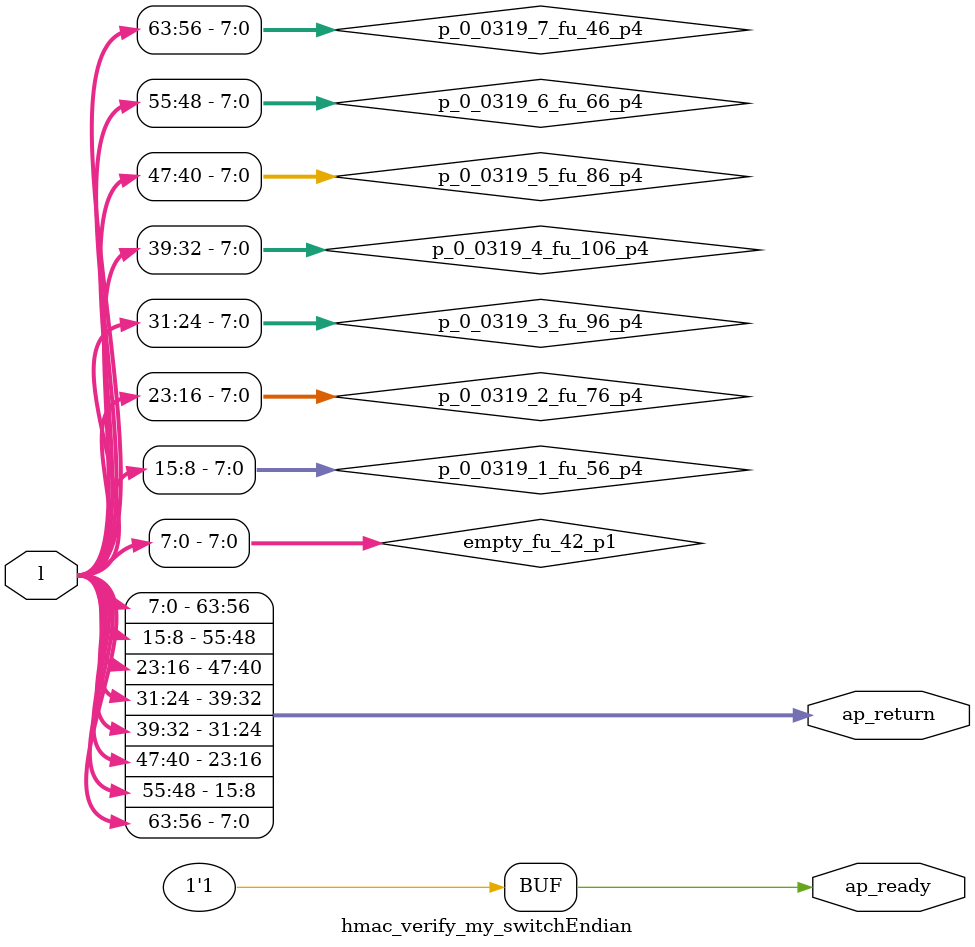
<source format=v>

`timescale 1 ns / 1 ps 

module hmac_verify_my_switchEndian (
        ap_ready,
        l,
        ap_return
);


output   ap_ready;
input  [63:0] l;
output  [63:0] ap_return;

wire   [7:0] empty_fu_42_p1;
wire   [7:0] p_0_0319_1_fu_56_p4;
wire   [7:0] p_0_0319_2_fu_76_p4;
wire   [7:0] p_0_0319_3_fu_96_p4;
wire   [7:0] p_0_0319_4_fu_106_p4;
wire   [7:0] p_0_0319_5_fu_86_p4;
wire   [7:0] p_0_0319_6_fu_66_p4;
wire   [7:0] p_0_0319_7_fu_46_p4;

assign ap_ready = 1'b1;

assign ap_return = {{{{{{{{empty_fu_42_p1}, {p_0_0319_1_fu_56_p4}}, {p_0_0319_2_fu_76_p4}}, {p_0_0319_3_fu_96_p4}}, {p_0_0319_4_fu_106_p4}}, {p_0_0319_5_fu_86_p4}}, {p_0_0319_6_fu_66_p4}}, {p_0_0319_7_fu_46_p4}};

assign empty_fu_42_p1 = l[7:0];

assign p_0_0319_1_fu_56_p4 = {{l[15:8]}};

assign p_0_0319_2_fu_76_p4 = {{l[23:16]}};

assign p_0_0319_3_fu_96_p4 = {{l[31:24]}};

assign p_0_0319_4_fu_106_p4 = {{l[39:32]}};

assign p_0_0319_5_fu_86_p4 = {{l[47:40]}};

assign p_0_0319_6_fu_66_p4 = {{l[55:48]}};

assign p_0_0319_7_fu_46_p4 = {{l[63:56]}};

endmodule //hmac_verify_my_switchEndian

</source>
